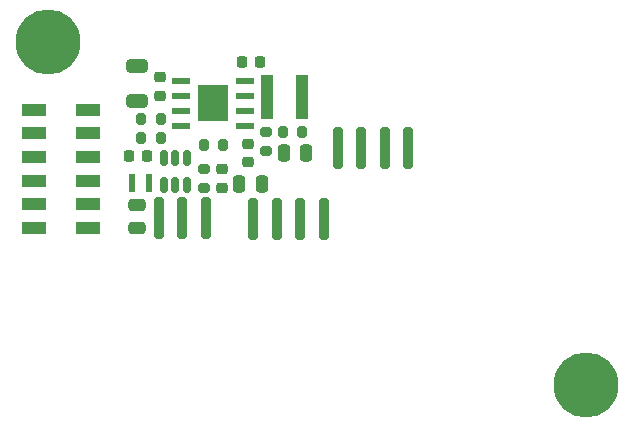
<source format=gbr>
%TF.GenerationSoftware,KiCad,Pcbnew,8.0.7*%
%TF.CreationDate,2024-12-31T14:53:55+08:00*%
%TF.ProjectId,SB-fan-board,53422d66-616e-42d6-926f-6172642e6b69,B0*%
%TF.SameCoordinates,Original*%
%TF.FileFunction,Soldermask,Top*%
%TF.FilePolarity,Negative*%
%FSLAX46Y46*%
G04 Gerber Fmt 4.6, Leading zero omitted, Abs format (unit mm)*
G04 Created by KiCad (PCBNEW 8.0.7) date 2024-12-31 14:53:55*
%MOMM*%
%LPD*%
G01*
G04 APERTURE LIST*
G04 Aperture macros list*
%AMRoundRect*
0 Rectangle with rounded corners*
0 $1 Rounding radius*
0 $2 $3 $4 $5 $6 $7 $8 $9 X,Y pos of 4 corners*
0 Add a 4 corners polygon primitive as box body*
4,1,4,$2,$3,$4,$5,$6,$7,$8,$9,$2,$3,0*
0 Add four circle primitives for the rounded corners*
1,1,$1+$1,$2,$3*
1,1,$1+$1,$4,$5*
1,1,$1+$1,$6,$7*
1,1,$1+$1,$8,$9*
0 Add four rect primitives between the rounded corners*
20,1,$1+$1,$2,$3,$4,$5,0*
20,1,$1+$1,$4,$5,$6,$7,0*
20,1,$1+$1,$6,$7,$8,$9,0*
20,1,$1+$1,$8,$9,$2,$3,0*%
G04 Aperture macros list end*
%ADD10RoundRect,0.200000X-0.200000X-0.275000X0.200000X-0.275000X0.200000X0.275000X-0.200000X0.275000X0*%
%ADD11R,1.100000X3.700000*%
%ADD12RoundRect,0.200000X-0.275000X0.200000X-0.275000X-0.200000X0.275000X-0.200000X0.275000X0.200000X0*%
%ADD13C,5.500000*%
%ADD14RoundRect,0.200000X0.200000X1.550000X-0.200000X1.550000X-0.200000X-1.550000X0.200000X-1.550000X0*%
%ADD15RoundRect,0.150000X0.150000X-0.512500X0.150000X0.512500X-0.150000X0.512500X-0.150000X-0.512500X0*%
%ADD16RoundRect,0.225000X-0.225000X-0.250000X0.225000X-0.250000X0.225000X0.250000X-0.225000X0.250000X0*%
%ADD17RoundRect,0.225000X0.225000X0.250000X-0.225000X0.250000X-0.225000X-0.250000X0.225000X-0.250000X0*%
%ADD18RoundRect,0.200000X0.200000X0.275000X-0.200000X0.275000X-0.200000X-0.275000X0.200000X-0.275000X0*%
%ADD19R,0.550000X1.600000*%
%ADD20RoundRect,0.225000X0.250000X-0.225000X0.250000X0.225000X-0.250000X0.225000X-0.250000X-0.225000X0*%
%ADD21RoundRect,0.200000X0.275000X-0.200000X0.275000X0.200000X-0.275000X0.200000X-0.275000X-0.200000X0*%
%ADD22RoundRect,0.250000X-0.475000X0.250000X-0.475000X-0.250000X0.475000X-0.250000X0.475000X0.250000X0*%
%ADD23RoundRect,0.200000X-0.200000X-1.550000X0.200000X-1.550000X0.200000X1.550000X-0.200000X1.550000X0*%
%ADD24R,2.000000X1.000000*%
%ADD25RoundRect,0.250000X0.250000X0.475000X-0.250000X0.475000X-0.250000X-0.475000X0.250000X-0.475000X0*%
%ADD26RoundRect,0.250000X-0.250000X-0.475000X0.250000X-0.475000X0.250000X0.475000X-0.250000X0.475000X0*%
%ADD27RoundRect,0.250000X0.650000X-0.325000X0.650000X0.325000X-0.650000X0.325000X-0.650000X-0.325000X0*%
%ADD28RoundRect,0.225000X-0.250000X0.225000X-0.250000X-0.225000X0.250000X-0.225000X0.250000X0.225000X0*%
%ADD29R,2.600000X3.100000*%
%ADD30R,1.550000X0.600000*%
G04 APERTURE END LIST*
D10*
%TO.C,R2*%
X165115000Y-78840000D03*
X166765000Y-78840000D03*
%TD*%
D11*
%TO.C,L1*%
X163740000Y-75860000D03*
X166740000Y-75860000D03*
%TD*%
D12*
%TO.C,R3*%
X163680000Y-78775000D03*
X163680000Y-80425000D03*
%TD*%
D13*
%TO.C,H1*%
X145200000Y-71200000D03*
%TD*%
D14*
%TO.C,J2*%
X168600000Y-86147127D03*
X166600000Y-86147127D03*
X164600000Y-86147127D03*
X162600000Y-86147127D03*
%TD*%
D15*
%TO.C,U2*%
X155080001Y-83307500D03*
X156030000Y-83307500D03*
X156979999Y-83307500D03*
X156979999Y-81032500D03*
X156030000Y-81032500D03*
X155080001Y-81032500D03*
%TD*%
D16*
%TO.C,C1*%
X161640000Y-72860000D03*
X163190000Y-72860000D03*
%TD*%
D17*
%TO.C,C6*%
X153625000Y-80850000D03*
X152075000Y-80850000D03*
%TD*%
D10*
%TO.C,R1*%
X153125000Y-77750000D03*
X154775000Y-77750000D03*
%TD*%
%TO.C,R6*%
X158415000Y-79900000D03*
X160065000Y-79900000D03*
%TD*%
D14*
%TO.C,J3*%
X158600000Y-86126727D03*
X156600000Y-86126727D03*
X154600000Y-86126727D03*
%TD*%
D18*
%TO.C,R5*%
X154765000Y-79360000D03*
X153115000Y-79360000D03*
%TD*%
D19*
%TO.C,L2*%
X153804999Y-83150000D03*
X152355001Y-83150000D03*
%TD*%
D20*
%TO.C,C8*%
X159960000Y-83515000D03*
X159960000Y-81965000D03*
%TD*%
D21*
%TO.C,R4*%
X158470000Y-83570000D03*
X158470000Y-81920000D03*
%TD*%
D22*
%TO.C,C9*%
X152810000Y-85000001D03*
X152810000Y-86899999D03*
%TD*%
D23*
%TO.C,J1*%
X169750000Y-80139600D03*
X171750000Y-80139600D03*
X173750000Y-80139600D03*
X175750000Y-80139600D03*
%TD*%
D24*
%TO.C,J4*%
X144041000Y-86929000D03*
X148641000Y-86929000D03*
X144041000Y-84929000D03*
X148641000Y-84929000D03*
X144041000Y-82929000D03*
X148641000Y-82929000D03*
X144041000Y-80929000D03*
X148641000Y-80929000D03*
X144041000Y-78929000D03*
X148641000Y-78929000D03*
X144041000Y-76929000D03*
X148641000Y-76929000D03*
%TD*%
D13*
%TO.C,H2*%
X190780000Y-100258000D03*
%TD*%
D25*
%TO.C,C4*%
X167100000Y-80570000D03*
X165200002Y-80570000D03*
%TD*%
D26*
%TO.C,C7*%
X161440001Y-83230000D03*
X163339999Y-83230000D03*
%TD*%
D27*
%TO.C,C2*%
X152810200Y-76184800D03*
X152810200Y-73234800D03*
%TD*%
D28*
%TO.C,C5*%
X162200000Y-79835000D03*
X162200000Y-81385000D03*
%TD*%
D20*
%TO.C,C3*%
X154690000Y-75730000D03*
X154690000Y-74180000D03*
%TD*%
D29*
%TO.C,U1*%
X159190000Y-76365000D03*
D30*
X156490000Y-74460000D03*
X156490000Y-75730000D03*
X156490000Y-77000000D03*
X156490000Y-78270000D03*
X161890000Y-78270000D03*
X161890000Y-77000000D03*
X161890000Y-75730000D03*
X161890000Y-74460000D03*
%TD*%
M02*

</source>
